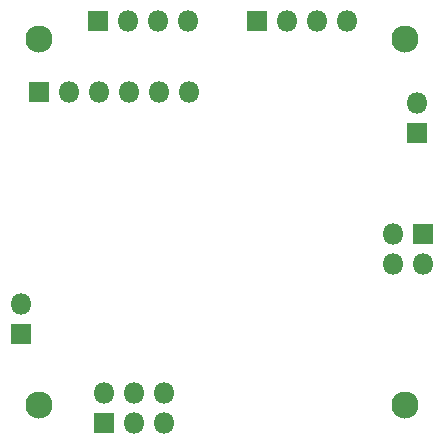
<source format=gbr>
%TF.GenerationSoftware,KiCad,Pcbnew,5.1.6*%
%TF.CreationDate,2020-09-21T03:48:32+02:00*%
%TF.ProjectId,Arduino_CPU_Board,41726475-696e-46f5-9f43-50555f426f61,rev?*%
%TF.SameCoordinates,Original*%
%TF.FileFunction,Soldermask,Bot*%
%TF.FilePolarity,Negative*%
%FSLAX46Y46*%
G04 Gerber Fmt 4.6, Leading zero omitted, Abs format (unit mm)*
G04 Created by KiCad (PCBNEW 5.1.6) date 2020-09-21 03:48:32*
%MOMM*%
%LPD*%
G01*
G04 APERTURE LIST*
%ADD10O,1.800000X1.800000*%
%ADD11R,1.800000X1.800000*%
%ADD12C,2.300000*%
G04 APERTURE END LIST*
D10*
%TO.C,J3*%
X124120000Y-78000000D03*
X121580000Y-78000000D03*
X119040000Y-78000000D03*
D11*
X116500000Y-78000000D03*
%TD*%
D12*
%TO.C,REF\u002A\u002A*%
X142500000Y-79500000D03*
%TD*%
%TO.C,REF\u002A\u002A*%
X111500000Y-79500000D03*
%TD*%
%TO.C,REF\u002A\u002A*%
X111500000Y-110500000D03*
%TD*%
%TO.C,REF\u002A\u002A*%
X142500000Y-110500000D03*
%TD*%
D10*
%TO.C,Switch*%
X141460000Y-98540000D03*
X141460000Y-96000000D03*
X144000000Y-98540000D03*
D11*
X144000000Y-96000000D03*
%TD*%
D10*
%TO.C,J7*%
X122080000Y-109460000D03*
X122080000Y-112000000D03*
X119540000Y-109460000D03*
X119540000Y-112000000D03*
X117000000Y-109460000D03*
D11*
X117000000Y-112000000D03*
%TD*%
D10*
%TO.C,J6*%
X137620000Y-78000000D03*
X135080000Y-78000000D03*
X132540000Y-78000000D03*
D11*
X130000000Y-78000000D03*
%TD*%
D10*
%TO.C,J5*%
X110000000Y-101960000D03*
D11*
X110000000Y-104500000D03*
%TD*%
D10*
%TO.C,J2*%
X124200000Y-84000000D03*
X121660000Y-84000000D03*
X119120000Y-84000000D03*
X116580000Y-84000000D03*
X114040000Y-84000000D03*
D11*
X111500000Y-84000000D03*
%TD*%
D10*
%TO.C,J1*%
X143500000Y-84960000D03*
D11*
X143500000Y-87500000D03*
%TD*%
M02*

</source>
